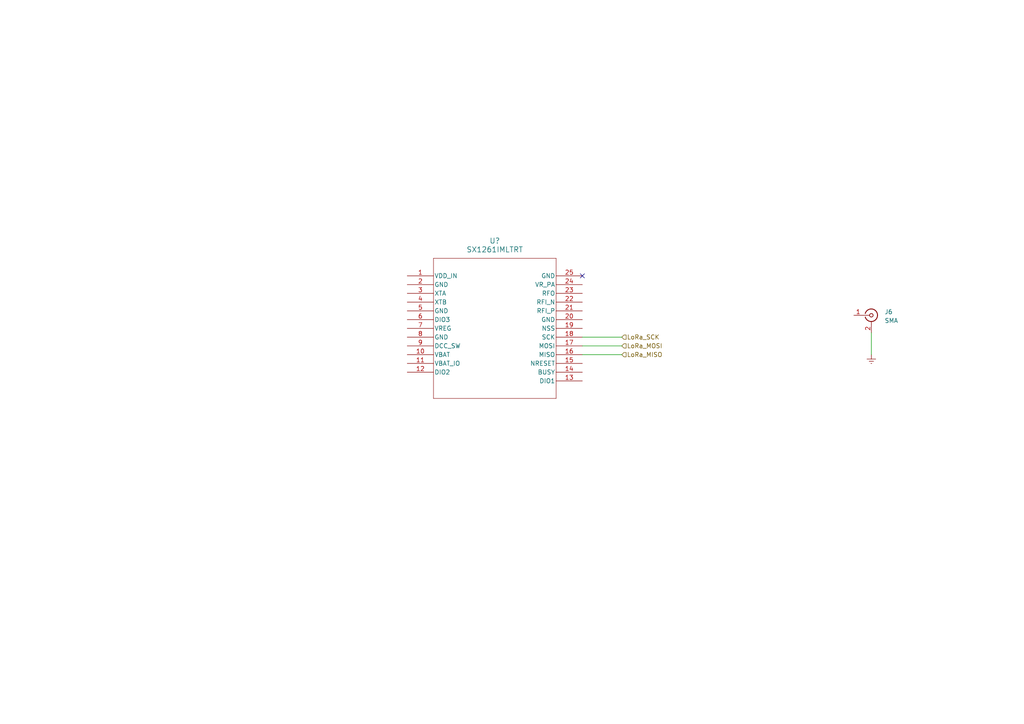
<source format=kicad_sch>
(kicad_sch (version 20230121) (generator eeschema)
  (paper "A4")
  (lib_symbols
    (symbol "Connector:Conn_Coaxial" (pin_names (offset 1.016) hide)
      (property "Reference" "J" (at 0.254 3.048 0))
      (property "Value" "Conn_Coaxial" (at 2.921 0 90))
      (symbol "Conn_Coaxial_0_1"
        (arc (start -1.778 -0.508) (mid 0.2311 -1.8066) (end 1.778 0) (stroke (width 0.254)))
        (polyline (pts (xy -2.54 0) (xy -0.508 0)))
        (polyline (pts (xy 0 -2.54) (xy 0 -1.778)))
        (circle (center 0 0) (radius 0.508) (stroke (width 0.2032)))
        (arc (start 1.778 0) (mid 0.2099 1.8101) (end -1.778 0.508) (stroke (width 0.254)))
      )
      (symbol "Conn_Coaxial_1_1"
        (pin passive line (at -5.08 0 0) (length 2.54) (name "In") (number "1"))
        (pin passive line (at 0 -5.08 90) (length 2.54) (name "Ext") (number "2"))
      )
    )
    (symbol "SX1261:SX1261IMLTRT" (pin_names (offset 0.254))
      (property "Reference" "U" (at 25.4 10.16 0))
      (property "Value" "SX1261IMLTRT" (at 25.4 7.62 0))
      (symbol "SX1261IMLTRT_0_1"
        (polyline (pts (xy 7.62 -35.56) (xy 43.18 -35.56)) (stroke (width 0.127)))
        (polyline (pts (xy 7.62 5.08) (xy 7.62 -35.56)) (stroke (width 0.127)))
        (polyline (pts (xy 43.18 -35.56) (xy 43.18 5.08)) (stroke (width 0.127)))
        (polyline (pts (xy 43.18 5.08) (xy 7.62 5.08)) (stroke (width 0.127)))
        (pin power_in line (at 0 0 0) (length 7.62) (name "VDD_IN") (number "1"))
        (pin unspecified line (at 0 -22.86 0) (length 7.62) (name "VBAT") (number "10"))
        (pin unspecified line (at 0 -25.4 0) (length 7.62) (name "VBAT_IO") (number "11"))
        (pin bidirectional line (at 0 -27.94 0) (length 7.62) (name "DIO2") (number "12"))
        (pin bidirectional line (at 50.8 -30.48 180) (length 7.62) (name "DIO1") (number "13"))
        (pin unspecified line (at 50.8 -27.94 180) (length 7.62) (name "BUSY") (number "14"))
        (pin unspecified line (at 50.8 -25.4 180) (length 7.62) (name "NRESET") (number "15"))
        (pin unspecified line (at 50.8 -22.86 180) (length 7.62) (name "MISO") (number "16"))
        (pin unspecified line (at 50.8 -20.32 180) (length 7.62) (name "MOSI") (number "17"))
        (pin unspecified line (at 50.8 -17.78 180) (length 7.62) (name "SCK") (number "18"))
        (pin unspecified line (at 50.8 -15.24 180) (length 7.62) (name "NSS") (number "19"))
        (pin power_out line (at 0 -2.54 0) (length 7.62) (name "GND") (number "2"))
        (pin power_out line (at 50.8 -12.7 180) (length 7.62) (name "GND") (number "20"))
        (pin unspecified line (at 50.8 -10.16 180) (length 7.62) (name "RFI_P") (number "21"))
        (pin unspecified line (at 50.8 -7.62 180) (length 7.62) (name "RFI_N") (number "22"))
        (pin unspecified line (at 50.8 -5.08 180) (length 7.62) (name "RFO") (number "23"))
        (pin unspecified line (at 50.8 -2.54 180) (length 7.62) (name "VR_PA") (number "24"))
        (pin power_out line (at 50.8 0 180) (length 7.62) (name "GND") (number "25"))
        (pin unspecified line (at 0 -5.08 0) (length 7.62) (name "XTA") (number "3"))
        (pin unspecified line (at 0 -7.62 0) (length 7.62) (name "XTB") (number "4"))
        (pin power_out line (at 0 -10.16 0) (length 7.62) (name "GND") (number "5"))
        (pin bidirectional line (at 0 -12.7 0) (length 7.62) (name "DIO3") (number "6"))
        (pin unspecified line (at 0 -15.24 0) (length 7.62) (name "VREG") (number "7"))
        (pin power_out line (at 0 -17.78 0) (length 7.62) (name "GND") (number "8"))
        (pin unspecified line (at 0 -20.32 0) (length 7.62) (name "DCC_SW") (number "9"))
      )
    )
    (symbol "power:GNDREF" (power) (pin_names (offset 0))
      (property "Value" "GNDREF" (at 0 -3.81 0))
      (symbol "GNDREF_0_1"
        (polyline (pts (xy -0.635 -1.905) (xy 0.635 -1.905)))
        (polyline (pts (xy -0.127 -2.54) (xy 0.127 -2.54)))
        (polyline (pts (xy 0 -1.27) (xy 0 0)))
        (polyline (pts (xy 1.27 -1.27) (xy -1.27 -1.27)))
      )
      (symbol "GNDREF_1_1"
        (pin power_in line (at 0 0 270) (length 0) hide (name "GNDREF") (number "1"))
      )
    )
  )
  (no_connect (at 168.91 80.01))
  (wire (pts (xy 168.91 100.33) (xy 180.34 100.33)))
  (wire (pts (xy 252.73 96.52) (xy 252.73 102.87)))
  (wire (pts (xy 168.91 97.79) (xy 180.34 97.79)))
  (wire (pts (xy 168.91 102.87) (xy 180.34 102.87)))
  (hierarchical_label "LoRa_SCK" (shape input) (at 180.34 97.79 0))
  (hierarchical_label "LoRa_MOSI" (shape input) (at 180.34 100.33 0))
  (hierarchical_label "LoRa_MISO" (shape input) (at 180.34 102.87 0))
  (symbol (lib_id "power:GNDREF") (at 252.73 102.87 0) (unit 1)
    (property "Reference" "#PWR033" (effects hide))
    (property "Value" "GNDREF" (effects hide))
  )
  (symbol (lib_id "Connector:Conn_Coaxial") (at 252.73 91.44 0) (unit 1)
    (property "Reference" "J6" (at 256.54 90.4632 0) (effects (justify left)))
    (property "Value" "SMA" (at 256.54 93.0032 0) (effects (justify left)))
    (property "Datasheet" " ~" (effects hide))
  )
  (symbol (lib_id "SX1261:SX1261IMLTRT") (at 118.11 80.01 0) (unit 1)
    (property "Reference" "U?" (at 143.51 69.85 0) (effects (font (size 1.524 1.524))))
    (property "Value" "SX1261IMLTRT" (at 143.51 72.39 0) (effects (font (size 1.524 1.524))))
    (property "Footprint" "QFN4x4_SEM" (effects hide))
    (property "Datasheet" "SX1261IMLTRT" (effects hide))
    (instances (project "greenhouse-controller-pcb" (path "" (reference "U?") (unit 1)) (path "" (reference "U5") (unit 1))))
  )
)
</source>
